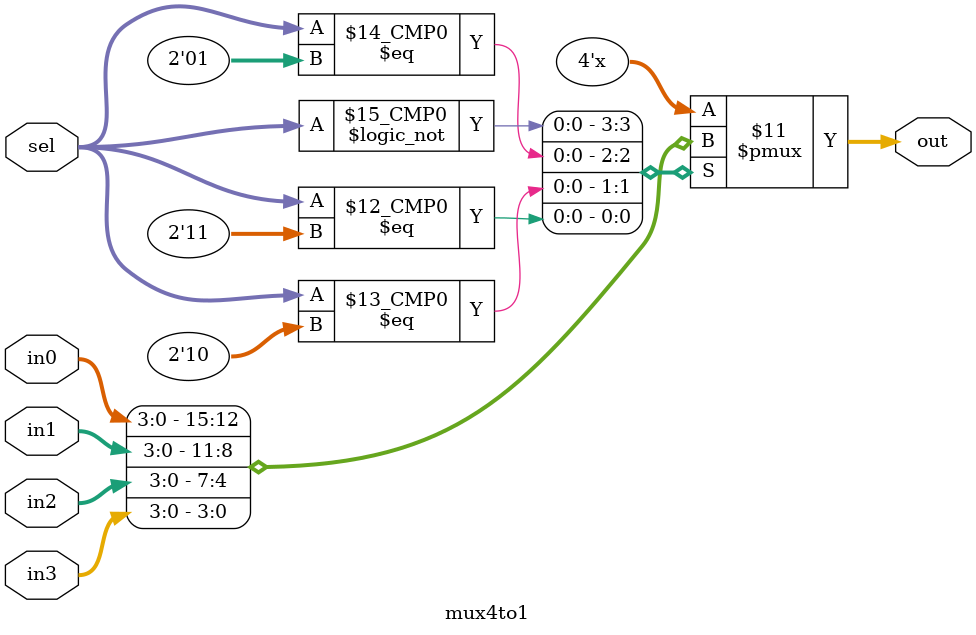
<source format=v>
module mux4to1 (
    input wire [1:0] sel,  // 2-bit select signal
    input wire [3:0] in0,  // Input 0
    input wire [3:0] in1,  // Input 1
    input wire [3:0] in2,  // Input 2
    input wire [3:0] in3,  // Input 3
    output reg [3:0] out   // Output
);

    always @(*) begin
        // 使用 if 语句
        if (sel == 2'b00) begin
            out = in0;
        end else if (sel == 2'b01) begin
            out = in1;
        end else if (sel == 2'b10) begin
            out = in2;
        end else if (sel == 2'b11) begin
            out = in3;
        end else if (sel!=2'b11 && sel!= 2'b10 && sel!=2'b01) begin
            out = in1;
        end else begin
            out = 4'b0000; // 默认输出
        end

        // 使用 case 语句
        case (sel)
            2'b00: out = in0;
            2'b01: out = in1;
            2'b10: out = in2;
            2'b11: out = in3;
            default: out = 4'b0000; // 默认输出
        endcase
    end
endmodule

</source>
